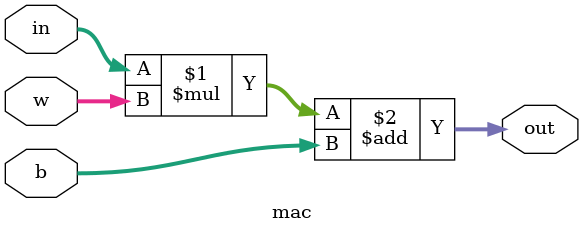
<source format=v>

`timescale 1ns / 1ps

module mac (
    input  [7:0]  in,    // Input pixel
    input  [7:0]  w,     // Weight
    input  [15:0] b,     // Bias
    output [15:0] out    // Output
);

    assign out = (in * w) + b;

endmodule

</source>
